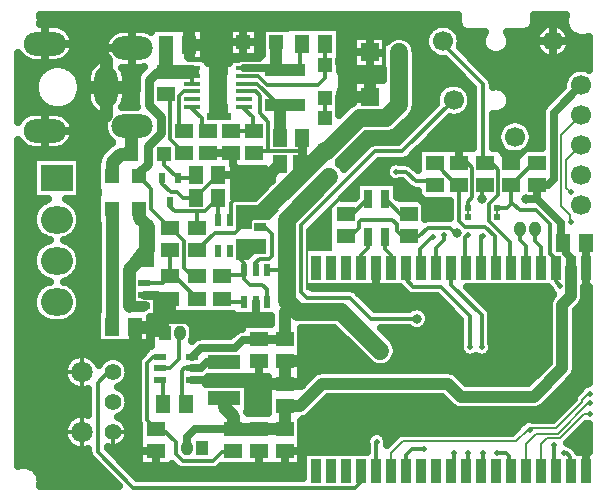
<source format=gbr>
G04 DipTrace 3.3.1.3*
G04 Top.gbr*
%MOIN*%
G04 #@! TF.FileFunction,Copper,L1,Top*
G04 #@! TF.Part,Single*
%AMOUTLINE0*
4,1,4,
0.023622,-0.023622,
-0.023622,-0.023622,
-0.023622,0.023622,
0.023622,0.023622,
0.023622,-0.023622,
0*%
G04 #@! TA.AperFunction,CopperBalancing*
%ADD13C,0.03937*%
%ADD14C,0.012992*%
%ADD15C,0.025984*%
G04 #@! TA.AperFunction,ViaPad*
%ADD18C,0.019685*%
G04 #@! TA.AperFunction,Nonconductor*
%ADD20C,0.043307*%
G04 #@! TA.AperFunction,Conductor*
%ADD21C,0.007874*%
%ADD22C,0.029528*%
%ADD23C,0.047244*%
%ADD24C,0.059055*%
G04 #@! TA.AperFunction,ViaPad*
%ADD25C,0.031496*%
G04 #@! TA.AperFunction,Conductor*
%ADD26C,0.011811*%
G04 #@! TA.AperFunction,CopperBalancing*
%ADD28C,0.025*%
%ADD31R,0.059055X0.051181*%
%ADD32R,0.051181X0.059055*%
%ADD34R,0.047244X0.047244*%
%ADD38R,0.031496X0.062992*%
G04 #@! TA.AperFunction,ComponentPad*
%ADD40O,0.137795X0.07874*%
%ADD41O,0.07874X0.137795*%
%ADD42O,0.141732X0.07874*%
%ADD43C,0.066929*%
%ADD44R,0.066929X0.066929*%
%ADD45R,0.05937X0.05937*%
%ADD46C,0.05937*%
%ADD47R,0.106299X0.090551*%
%ADD48O,0.106299X0.090551*%
%ADD51R,0.03937X0.051181*%
%ADD52O,0.03937X0.051181*%
%ADD55R,0.133858X0.043307*%
%ADD56R,0.106299X0.045276*%
%ADD57R,0.043307X0.133858*%
%ADD59R,0.041339X0.025591*%
%ADD61R,0.019685X0.033465*%
%ADD62R,0.019685X0.019685*%
%ADD65R,0.043307X0.023622*%
%ADD70R,0.055118X0.011811*%
%ADD71R,0.062992X0.110236*%
%ADD73R,0.023622X0.043307*%
G04 #@! TA.AperFunction,ComponentPad*
%ADD74C,0.055118*%
%ADD75C,0.070866*%
%ADD76R,0.035433X0.07874*%
%ADD77R,0.11811X0.19685*%
G04 #@! TA.AperFunction,ViaPad*
%ADD78C,0.04*%
%ADD169OUTLINE0*%
%FSLAX26Y26*%
G04*
G70*
G90*
G75*
G01*
G04 Top*
%LPD*%
X1314118Y618425D2*
D13*
Y693228D1*
X1365390D1*
X1440193Y768031D1*
X1849551D1*
X2268055Y1154252D2*
Y1059567D1*
X2239315Y1030827D1*
Y819213D1*
X2144827Y724724D1*
X1900732D1*
X1857425Y768031D1*
X1849551D1*
X1227504Y618425D2*
X1314118D1*
X2268055Y1154252D2*
D15*
Y1188110D1*
X2251126Y1205039D1*
Y1236535D1*
X2243252D1*
X2235378D1*
Y1303465D1*
X2156638Y1382205D1*
X2117268D1*
X2156638Y1429449D2*
Y1382205D1*
X1727504Y1260157D2*
D14*
X1703882D1*
X1688134Y1275906D1*
Y1299528D1*
X1672386Y1315276D1*
X1570024D1*
X1562150Y1307402D1*
Y1287717D1*
X1542465Y1268031D1*
X1526717D1*
X1518843Y1260157D1*
X1888921Y1271969D2*
Y1264094D1*
X1865299Y1287717D1*
X1790496D1*
X1762937Y1260157D1*
X1727504D1*
X1983409Y1429449D2*
X1971598D1*
Y1382205D1*
X2156638Y1429449D2*
D15*
X2191087D1*
X2210772Y1449134D1*
Y1670984D1*
X2302307Y1762520D1*
X987937Y552874D2*
Y590684D1*
X1015678Y618425D1*
X1141717D1*
X1113331Y720787D2*
D14*
Y736535D1*
Y720787D2*
D20*
Y690218D1*
X1141717Y661832D1*
Y618425D1*
X1227504D1*
X1810181Y1256220D2*
D14*
X1806244D1*
X1766874Y1216850D1*
Y1155433D1*
X1768055Y1154252D1*
X1845614Y1264094D2*
Y1248346D1*
X1818055Y1220787D1*
Y1154252D1*
X2318055Y1236535D2*
D15*
Y1153858D1*
X1924354Y1323150D2*
D21*
Y1354646D1*
X1896795Y1504252D2*
D14*
X1924354D1*
X1940102Y1488504D1*
Y1390079D1*
X1924354Y1374331D1*
Y1354646D1*
X845614Y1065276D2*
D22*
X888921D1*
Y1052009D1*
X932228D1*
X2070024Y1504252D2*
D14*
Y1492441D1*
X2136953Y1559370D1*
Y1740472D1*
X2259000Y1862520D1*
X2302307D1*
X1018843Y1388110D2*
X1005063D1*
X1003094Y1386142D1*
X975535D1*
X955850Y1405827D1*
X936165D1*
X906635Y1435357D1*
Y1455039D1*
X814118Y957008D2*
D15*
Y964882D1*
X888510D1*
X915102Y938290D1*
Y935945D1*
X1176323Y1905827D2*
D14*
X1118825D1*
X1101520Y1810639D1*
X1093646Y1755236D1*
X1018843Y1388110D2*
Y1390079D1*
X1093646Y1464882D1*
X1058213Y1535748D2*
D15*
X1136953D1*
X1131047Y1315276D2*
D14*
X1133016D1*
Y1325118D1*
X1136953Y1329055D1*
Y1370394D1*
X1172386Y1405827D1*
Y1421575D1*
X1199945Y1468819D2*
D15*
X1172386D1*
X1142858Y1498346D1*
Y1529843D1*
X1136953Y1535748D1*
X2321992Y594803D2*
D14*
X2320024D1*
Y478150D1*
X2318094Y476220D1*
X1314118Y842835D2*
D13*
Y768031D1*
X1227504Y917638D2*
D15*
Y912504D1*
X1174437D1*
X1149610Y887677D1*
X1037083D1*
X1006213Y856807D1*
X1314118Y917638D2*
X1318055D1*
X1463724Y1457008D2*
D24*
X1321992Y1315276D1*
Y1254252D1*
Y1145984D1*
Y1043622D1*
X1357425Y1008189D1*
X1503094D1*
X1633016Y878268D1*
X1255063Y1145984D2*
D14*
X1321992D1*
X1314118Y917638D2*
D13*
Y1008189D1*
D25*
X1357425D1*
X1227504Y917638D2*
X1314118D1*
X1755063Y984567D2*
D14*
X1601520D1*
X1530654Y1055433D1*
X1388921D1*
X1369236Y1075118D1*
Y1295591D1*
X1616060Y1542415D1*
X1706612D1*
X1877110Y1712913D1*
X1924354Y1264094D2*
X1916480Y1256220D1*
Y1189291D1*
X1918055Y1187717D1*
Y1154252D1*
X1971598Y890079D2*
Y996378D1*
X1869236Y1098740D1*
Y1118425D1*
X1868055Y1119606D1*
Y1154252D1*
X1975535Y1260157D2*
X1968055D1*
Y1154252D1*
X899913Y782004D2*
X905450D1*
X909449Y778005D1*
Y700988D1*
X1006213Y819406D2*
D15*
X1034783D1*
X1054276Y838898D1*
X1113331D1*
X1006213Y819406D2*
D14*
X979665D1*
X971598Y811339D1*
Y720787D1*
X984252Y708134D1*
Y700988D1*
X899913Y856807D2*
X875335D1*
X855958Y837430D1*
Y647451D1*
X884984Y618425D1*
X1141717Y543622D2*
Y540299D1*
X1104320D1*
X1074858Y510837D1*
X973844D1*
X951115Y533566D1*
Y573129D1*
X905819Y618425D1*
X884984D1*
X1007031Y1691260D2*
D26*
Y1685354D1*
D14*
X1038528Y1653858D1*
Y1630236D1*
X1058213Y1610551D1*
X739315Y1460945D2*
D20*
Y1508189D1*
X764909Y1533783D1*
X802308D1*
Y1622364D1*
X806244Y1626299D1*
X1007031Y1742441D2*
D26*
X977504D1*
D14*
X963724Y1728661D1*
Y1610551D1*
X979472D1*
X1180260Y1819213D2*
D15*
X1290496D1*
X1294433Y1815276D1*
X1314118D1*
D13*
X1286559D1*
Y1905827D1*
X1314118Y1815276D2*
D14*
Y1819213D1*
X1357425D1*
X1365299Y1827087D1*
Y1901890D1*
X1373173D1*
X1180260Y1793622D2*
D26*
X1225535D1*
D14*
X1255063Y1764094D1*
X1424354D1*
X1447976Y1787717D1*
Y1831024D1*
Y1901890D1*
X1314118Y1697165D2*
D13*
X1298370D1*
Y1586929D1*
X1314118Y1697165D2*
D14*
X1294433D1*
X1223567Y1768031D1*
D26*
X1180260D1*
X1203882Y1543622D2*
D14*
X1211756Y1535748D1*
X1213724D1*
X1373173Y1586929D2*
D25*
Y1543622D1*
Y1500315D1*
Y1543622D2*
D14*
X1259000D1*
X1221598D1*
X1213724Y1535748D1*
X1180260Y1742441D2*
D26*
X1217661D1*
D14*
X1231441Y1728661D1*
Y1669606D1*
X1259000Y1642047D1*
Y1543622D1*
X1696005Y1724724D2*
D24*
Y1697163D1*
X1652701Y1653858D1*
X1564118D1*
X1453882Y1543622D1*
X1447976D1*
X1250144Y1345790D1*
D14*
X1175864D1*
X1168449Y1338375D1*
Y1315276D1*
X1373173Y1500315D2*
X1404669D1*
X1447976Y1543622D1*
X1168449Y1315276D2*
Y1291654D1*
X1148764Y1271969D1*
X1081835D1*
X1022780Y1212913D1*
X1696003Y1872362D2*
D24*
Y1724724D1*
X1696005D1*
X1685181Y1474312D2*
D14*
X1719644D1*
X1750508Y1443449D1*
X1814118D1*
Y1429449D1*
X1136953Y1610551D2*
X1213724D1*
X1207819D1*
Y1657795D1*
D26*
X1180260Y1685354D1*
Y1691260D1*
X1447976Y1720787D2*
D14*
Y1653858D1*
X1007031Y1793622D2*
D26*
Y1819213D1*
Y1768031D2*
Y1793622D1*
X920417Y1807402D2*
D25*
X888921D1*
X861362Y1779843D1*
Y1697165D1*
X900732Y1657795D1*
Y1602677D1*
X857425Y1559370D1*
Y1500315D1*
X829866Y1472756D1*
Y1460945D1*
X932228Y1287717D2*
D14*
Y1291654D1*
X979472Y1244409D1*
Y1153858D1*
X1006518Y1126812D1*
X1022780D1*
X829866Y1460945D2*
X833803D1*
Y1453071D1*
X869236Y1417638D1*
Y1350709D1*
X932228Y1287717D1*
X920417Y1897953D2*
D23*
Y1807402D1*
X1007031Y1819213D2*
D14*
Y1807402D1*
D23*
X967661D1*
X920417D1*
X1231441Y1291654D2*
D14*
X1247189D1*
X1270811Y1268031D1*
Y1193228D1*
X1262937Y1185354D1*
X1231441D1*
X1215693Y1169606D1*
Y1145984D1*
X1217661D1*
X1105457Y1126812D2*
X1108881Y1130236D1*
X1180260D1*
Y1145984D1*
X1168449Y1208976D2*
Y1212913D1*
X1227504D1*
X1231441Y1216850D1*
X1255063Y1039685D2*
Y1082992D1*
X1239315Y1098740D1*
X1199945D1*
X1180260Y1118425D1*
Y1145984D1*
X1168449Y1208976D2*
Y1181417D1*
X1180260Y1169606D1*
Y1145984D1*
X1093646Y1388110D2*
Y1315276D1*
X932228Y1372362D2*
Y1358583D1*
X947976Y1342835D1*
X1022780D1*
X1048370D1*
X1093646Y1388110D1*
X1022780Y1287717D2*
Y1342835D1*
X1105457Y1052009D2*
Y1039685D1*
X1180260D1*
X2156638Y1504252D2*
X2144827D1*
X2070024Y1429449D1*
X2022780Y1323150D2*
D21*
Y1354646D1*
X2070024Y1429449D2*
D14*
Y1374331D1*
X2075827Y1368528D1*
X2097583Y1346772D1*
X2152701D1*
X2199945Y1299528D1*
Y1201102D1*
X2211756Y1189291D1*
Y1154252D1*
X2218055D1*
X2022780Y1354646D2*
X2054276D1*
X2068157Y1368528D1*
X2075827D1*
X2232425Y1094803D2*
X2218055Y1109173D1*
Y1154252D1*
X2212740Y563307D2*
Y481575D1*
X2218094Y476220D1*
X2168094D2*
D21*
Y566890D1*
X2188134Y586929D1*
X2230457D1*
X2312150Y668622D1*
X2331835D1*
X2267858Y1306417D2*
X2266874D1*
Y1330039D1*
X2236362Y1360551D1*
Y1596575D1*
X2302307Y1662520D1*
X2132031Y615472D2*
X2124157D1*
X2084787Y576102D1*
X1707819D1*
X1668436Y536719D1*
Y476218D1*
X2132031Y615472D2*
Y619409D1*
X2219630D1*
X2306244Y706024D1*
Y713898D1*
X2326913Y734567D1*
X2331835D1*
X1648764Y1382205D2*
D14*
X1652701D1*
X1699945Y1334961D1*
X1727504D1*
X1593646Y1382205D2*
X1589709D1*
X1542465Y1334961D1*
X1518843D1*
X1932228Y890079D2*
Y992441D1*
X1833803Y1090866D1*
X1743252D1*
X1718055Y1116063D1*
Y1154252D1*
X1648764Y1256220D2*
Y1216850D1*
X1668055Y1197559D1*
Y1154252D1*
X1593646Y1256220D2*
Y1220787D1*
X1568395Y1195537D1*
Y1154248D1*
X1841677Y1909764D2*
Y1901890D1*
X1975535Y1768031D1*
Y1504252D1*
X1983409D1*
X1975535D2*
Y1496378D1*
X2010969D1*
X2026717Y1480630D1*
Y1397117D1*
X1995220Y1365621D1*
Y1311339D1*
X2066087Y1240472D1*
Y1152283D1*
X2068055Y1154252D1*
X920417Y1732598D2*
X932228D1*
Y1582992D1*
X979472Y1535748D1*
X1814118Y1504252D2*
X1837740D1*
Y1480630D1*
X1873173Y1445197D1*
Y1429449D1*
X1896795D1*
Y1311339D1*
X1916480Y1291654D1*
X1983409D1*
X2014906Y1260157D1*
Y1154252D1*
X2018055D1*
X1778685Y551496D2*
X1739315D1*
X1718436Y530617D1*
Y476218D1*
X1877110Y535748D2*
Y484892D1*
X1868436Y476218D1*
X1924354Y535748D2*
Y482480D1*
X1918094Y476220D1*
X1975535Y535748D2*
Y483661D1*
X1968094Y476220D1*
X2022780Y535748D2*
X2052307D1*
X2062150Y525906D1*
Y476220D1*
X2068094D1*
X1618436Y476218D2*
X1620220D1*
Y574134D1*
X1621205Y575118D1*
X1568436Y476218D2*
Y439672D1*
X1550339Y421575D1*
X810181D1*
X692071Y539685D1*
Y771969D1*
X726717Y806614D1*
X741283D1*
X899913Y819406D2*
X932421D1*
X962740Y849724D1*
Y936339D1*
X963134Y935945D1*
X965102D1*
X2168055Y1154252D2*
Y1225118D1*
X2148764Y1244409D1*
Y1283780D1*
X2118055Y1154252D2*
Y1227874D1*
X2098764Y1247165D1*
Y1283780D1*
X739315Y1102677D2*
D20*
Y1027874D1*
X739336Y1224724D2*
Y1189312D1*
X739315Y1189291D1*
Y1102677D1*
Y1350709D2*
Y1224724D1*
X739336D1*
X739315Y957008D2*
Y1027874D1*
X829866Y1350709D2*
Y1322060D1*
X857446Y1294480D1*
Y1224724D1*
X845614Y1027874D2*
D14*
X794433D1*
D20*
Y1149921D1*
X857446Y1212934D1*
Y1224724D1*
X932228Y1126812D2*
D14*
X947976D1*
X1022780Y1052009D1*
X845614Y1102677D2*
X908093D1*
X932228Y1126812D1*
Y1212913D2*
Y1126812D1*
X912545Y1533783D2*
Y1498345D1*
X953882Y1457008D1*
X959790D1*
X957822Y1455039D1*
X1018843Y1464882D2*
Y1453071D1*
X959790D1*
X957822Y1455039D1*
X2245220Y535748D2*
X2255063D1*
X2265890Y524921D1*
Y478425D1*
X2268094Y476220D1*
X2331835Y703071D2*
D21*
X2325929D1*
X2224551Y601693D1*
X2153685D1*
X2118252Y566260D1*
Y513110D1*
X2117268Y512126D1*
Y476220D1*
X2118094D1*
X2268843Y1405827D2*
X2253094Y1421575D1*
Y1513307D1*
X2302307Y1562520D1*
D13*
X1463724Y1457008D3*
D78*
X1849551Y768031D3*
X2321992Y594803D3*
D18*
X1975535Y1260157D3*
X1971598Y890079D3*
X1924354Y1264094D3*
X1932228Y890079D3*
X1845614Y1264094D3*
X1810181Y1256220D3*
X2331835Y734567D3*
Y703071D3*
Y668622D3*
X2267858Y1306417D3*
X2268843Y1405827D3*
D13*
X1633016Y878268D3*
D25*
X1755063Y984567D3*
D78*
X1814118Y1043622D3*
D25*
X2117268Y1382205D3*
D18*
X1685181Y1474312D3*
D25*
X1971598Y1382205D3*
D78*
X2290496Y565276D3*
D25*
X1888921Y1271969D3*
D78*
X1207819Y697165D3*
X2188134Y1075118D3*
X1680260D3*
D25*
X1230188Y976083D3*
D78*
X1566087Y1075118D3*
X1947976D3*
X2188134Y866457D3*
X877110Y468819D3*
D25*
X1199945Y1468819D3*
D78*
X660575Y1111535D3*
D25*
X1231441Y1421575D3*
D78*
X1207819Y468819D3*
Y778530D3*
X660575Y1396969D3*
Y1539685D3*
Y968819D3*
D18*
X2132031Y615472D3*
X1081835Y1722756D3*
D78*
X660575Y1254252D3*
X1270811Y1966850D3*
D18*
X1109394Y1722756D3*
D25*
X1172386Y1421575D3*
X1176501Y976083D3*
D18*
X1778685Y551496D3*
X1877110Y535748D3*
X1924354D3*
X1975535D3*
D78*
X1438949Y689291D3*
D18*
X2022780Y535748D3*
D78*
X1434197Y590866D3*
D18*
X1066087Y1870394D3*
D78*
X1727504Y1966850D3*
D18*
X1109394Y1870394D3*
D78*
X2070024Y1075118D3*
Y866457D3*
D18*
X1621205Y575118D3*
X1081835Y1677480D3*
X1109394D3*
X1095614Y1699134D3*
X1066087Y1911732D3*
X1109394D3*
X1087740Y1892047D3*
X2245220Y535748D3*
X2212740Y563307D3*
X2232425Y1094803D3*
X502497Y1970820D2*
D28*
X1889803D1*
X2147858D2*
X2247245D1*
X596262Y1945951D2*
X749583D1*
X1048618D2*
X1124896D1*
X1501369D2*
X1792880D1*
X1890497D2*
X1904731D1*
X2132966D2*
X2159006D1*
X610687Y1921083D2*
X719799D1*
X1048618D2*
X1124896D1*
X1501369D2*
X1540076D1*
X1655097D2*
X1668003D1*
X1724030D2*
X1781505D1*
X1901836D2*
X1970758D1*
X2066939D2*
X2147631D1*
X2267999D2*
X2292137D1*
X613343Y1896214D2*
X710326D1*
X1048618D2*
X1124896D1*
X1501369D2*
X1540076D1*
X1748073D2*
X1781971D1*
X1901370D2*
X1971368D1*
X2066294D2*
X2148133D1*
X2267496D2*
X2327841D1*
X605915Y1871345D2*
X711259D1*
X1048618D2*
X1124896D1*
X1501369D2*
X1540076D1*
X1753491D2*
X1794710D1*
X1919707D2*
X1989346D1*
X2048351D2*
X2160836D1*
X2254793D2*
X2327841D1*
X428719Y1846476D2*
X447546D1*
X582267D2*
X694860D1*
X1062398D2*
X1124896D1*
X1499395D2*
X1540076D1*
X1753348D2*
X1849613D1*
X1944574D2*
X2327841D1*
X428719Y1821608D2*
X513932D1*
X602470D2*
X663282D1*
X1499395D2*
X1540076D1*
X1753348D2*
X1874480D1*
X1969442D2*
X2327841D1*
X428719Y1796739D2*
X489530D1*
X626871D2*
X653378D1*
X785874D2*
X821423D1*
X1506931D2*
X1638650D1*
X1753348D2*
X1899348D1*
X1994310D2*
X2252018D1*
X428719Y1771870D2*
X479698D1*
X636703D2*
X652445D1*
X786807D2*
X817799D1*
X1506931D2*
X1540076D1*
X1753348D2*
X1924216D1*
X2009597D2*
X2241791D1*
X428719Y1747001D2*
X478657D1*
X637744D2*
X652445D1*
X786807D2*
X817799D1*
X1506357D2*
X1540076D1*
X1753348D2*
X1826719D1*
X1927494D2*
X1941225D1*
X2053662D2*
X2230129D1*
X428719Y1722133D2*
X486014D1*
X630424D2*
X652624D1*
X786663D2*
X817799D1*
X1499395D2*
X1540076D1*
X1753455D2*
X1816563D1*
X2067406D2*
X2205261D1*
X428719Y1697264D2*
X505283D1*
X611154D2*
X659514D1*
X779738D2*
X817799D1*
X1499395D2*
X1528090D1*
X1753348D2*
X1813980D1*
X2065612D2*
X2180393D1*
X428719Y1672395D2*
X461971D1*
X567842D2*
X681977D1*
X1747427D2*
X1789112D1*
X1922183D2*
X1941225D1*
X2045086D2*
X2169987D1*
X601968Y1647526D2*
X713125D1*
X1726434D2*
X1764244D1*
X1859206D2*
X1941225D1*
X2009848D2*
X2063698D1*
X2099953D2*
X2169951D1*
X612446Y1622657D2*
X709644D1*
X1701567D2*
X1739377D1*
X1834338D2*
X1941225D1*
X2009848D2*
X2029895D1*
X2133756D2*
X2169951D1*
X612302Y1597789D2*
X716175D1*
X1588101D2*
X1714509D1*
X1809470D2*
X1941225D1*
X2142691D2*
X2169951D1*
X601501Y1572920D2*
X736449D1*
X1563233D2*
X1604560D1*
X1784603D2*
X1941225D1*
X2009848D2*
X2023364D1*
X2140287D2*
X2169951D1*
X428719Y1548051D2*
X464268D1*
X565545D2*
X710254D1*
X1538365D2*
X1574202D1*
X428719Y1523182D2*
X473311D1*
X635232D2*
X692312D1*
X1513498D2*
X1549334D1*
X1734867D2*
X1756780D1*
X428719Y1498314D2*
X473311D1*
X635232D2*
X687898D1*
X1502302D2*
X1524466D1*
X1619428D2*
X1656986D1*
X1743013D2*
X1756780D1*
X428719Y1473445D2*
X473311D1*
X635232D2*
X687898D1*
X1147048D2*
X1244964D1*
X1594560D2*
X1647549D1*
X428719Y1448576D2*
X473311D1*
X635232D2*
X687898D1*
X1147048D2*
X1244964D1*
X1569692D2*
X1658745D1*
X428719Y1423707D2*
X473311D1*
X635232D2*
X687898D1*
X1147048D2*
X1248014D1*
X1692309D2*
X1722762D1*
X428719Y1398839D2*
X473311D1*
X635232D2*
X687898D1*
X1147048D2*
X1223147D1*
X1519957D2*
X1550087D1*
X1692309D2*
X1756780D1*
X428719Y1373970D2*
X504673D1*
X603869D2*
X687898D1*
X1784854D2*
X1862495D1*
X428719Y1349101D2*
X481959D1*
X626620D2*
X687898D1*
X1784854D2*
X1862495D1*
X428719Y1324232D2*
X473885D1*
X634658D2*
X687898D1*
X1784854D2*
X1862495D1*
X428719Y1299364D2*
X475141D1*
X633402D2*
X689836D1*
X428719Y1274495D2*
X486301D1*
X622278D2*
X689836D1*
X428719Y1249626D2*
X517951D1*
X590592D2*
X689836D1*
X428719Y1224757D2*
X491504D1*
X617075D2*
X689836D1*
X428719Y1199888D2*
X476971D1*
X631572D2*
X689836D1*
X428719Y1175020D2*
X473347D1*
X635196D2*
X689836D1*
X428719Y1150151D2*
X478837D1*
X629742D2*
X689836D1*
X428719Y1125282D2*
X496384D1*
X612159D2*
X689836D1*
X428719Y1100413D2*
X507939D1*
X600640D2*
X689836D1*
X428719Y1075545D2*
X483107D1*
X625436D2*
X689836D1*
X1558030D2*
X1711100D1*
X1939909D2*
X2200524D1*
X428719Y1050676D2*
X474172D1*
X634371D2*
X689836D1*
X1582898D2*
X1826503D1*
X1964777D2*
X2196433D1*
X2314648D2*
X2327841D1*
X428719Y1025807D2*
X474710D1*
X633869D2*
X689836D1*
X1607765D2*
X1851371D1*
X1989645D2*
X2191804D1*
X2300438D2*
X2327841D1*
X428719Y1000938D2*
X484901D1*
X623642D2*
X685924D1*
X895070D2*
X1140649D1*
X1795224D2*
X1876239D1*
X2005578D2*
X2191804D1*
X2286802D2*
X2327841D1*
X428719Y976070D2*
X513322D1*
X595221D2*
X685924D1*
X996837D2*
X1266638D1*
X1797736D2*
X1897913D1*
X2005900D2*
X2191804D1*
X2286802D2*
X2327841D1*
X428719Y951201D2*
X685924D1*
X1011621D2*
X1170182D1*
X1371468D2*
X1480042D1*
X1640133D2*
X1728647D1*
X1781481D2*
X1897913D1*
X2005900D2*
X2191804D1*
X2286802D2*
X2327841D1*
X428719Y926332D2*
X685924D1*
X1012447D2*
X1131606D1*
X1371468D2*
X1504909D1*
X1665001D2*
X1897913D1*
X2005900D2*
X2191804D1*
X2286802D2*
X2327841D1*
X428719Y901463D2*
X867606D1*
X1371468D2*
X1529777D1*
X1685204D2*
X1896478D1*
X2007372D2*
X2191804D1*
X2286802D2*
X2327841D1*
X428719Y876594D2*
X847655D1*
X1371468D2*
X1554645D1*
X1690335D2*
X1897267D1*
X2006546D2*
X2191804D1*
X2286802D2*
X2327841D1*
X428719Y851726D2*
X594958D1*
X681308D2*
X711223D1*
X771341D2*
X825047D1*
X1371468D2*
X1579512D1*
X1683517D2*
X2191804D1*
X2286802D2*
X2327841D1*
X428719Y826857D2*
X578380D1*
X792620D2*
X821638D1*
X1371468D2*
X1611449D1*
X1654594D2*
X2180824D1*
X2286802D2*
X2327841D1*
X428719Y801988D2*
X575078D1*
X796460D2*
X821638D1*
X1371468D2*
X1408165D1*
X1889456D2*
X2155956D1*
X2283393D2*
X2327841D1*
X428719Y777119D2*
X582542D1*
X787668D2*
X821638D1*
X1055687D2*
X1256770D1*
X1914468D2*
X2131088D1*
X2263370D2*
X2327841D1*
X428719Y752251D2*
X608522D1*
X770480D2*
X821638D1*
X1194308D2*
X1256770D1*
X2238502D2*
X2298955D1*
X428719Y727382D2*
X657755D1*
X792405D2*
X821638D1*
X1194308D2*
X1256770D1*
X2213634D2*
X2277783D1*
X428719Y702513D2*
X657755D1*
X796496D2*
X821638D1*
X1194308D2*
X1256770D1*
X1440796D2*
X1856825D1*
X2188766D2*
X2258872D1*
X428719Y677644D2*
X657755D1*
X788027D2*
X821638D1*
X1194308D2*
X1256770D1*
X1415929D2*
X2234004D1*
X428719Y652776D2*
X596142D1*
X769547D2*
X821638D1*
X1387580D2*
X2209136D1*
X428719Y627907D2*
X578738D1*
X792190D2*
X827631D1*
X1371468D2*
X2092728D1*
X2315294D2*
X2327841D1*
X428719Y603038D2*
X575006D1*
X796532D2*
X827631D1*
X1371468D2*
X1597347D1*
X1645049D2*
X1693911D1*
X2290426D2*
X2327841D1*
X428719Y578169D2*
X581968D1*
X788350D2*
X827631D1*
X1371468D2*
X1583675D1*
X2265558D2*
X2327841D1*
X428719Y553301D2*
X606513D1*
X726378D2*
X827631D1*
X1371468D2*
X1585900D1*
X2285008D2*
X2327841D1*
X428719Y528432D2*
X659837D1*
X750815D2*
X827631D1*
X428719Y503563D2*
X680721D1*
X775683D2*
X827631D1*
X489255Y478694D2*
X705589D1*
X800551D2*
X1372891D1*
X501922Y453825D2*
X730457D1*
X825418D2*
X1372891D1*
X501994Y428957D2*
X755324D1*
X1268466Y968539D2*
X1269148D1*
X1269122Y992743D1*
X1143138Y992720D1*
Y1001081D1*
X892584Y1001107D1*
X892579Y990752D1*
X867352D1*
X865017Y989592D1*
X865020Y902169D1*
X688414D1*
Y1011846D1*
X692325D1*
X692350Y1301768D1*
X690382Y1301775D1*
Y1399642D1*
X690705D1*
X690726Y1412014D1*
X690382Y1412012D1*
Y1509878D1*
X692356D1*
X692928Y1515536D1*
X694649Y1522702D1*
X697469Y1529510D1*
X701320Y1535794D1*
X706106Y1541398D1*
X734408Y1569496D1*
X737316Y1571787D1*
X738698Y1573971D1*
X730980Y1580563D1*
X724388Y1588281D1*
X719085Y1596935D1*
X715201Y1606312D1*
X712832Y1616181D1*
X712035Y1626299D1*
X712832Y1636418D1*
X715201Y1646287D1*
X719085Y1655664D1*
X722900Y1662091D1*
X714674Y1662202D1*
X707394Y1663180D1*
X700272Y1664976D1*
X693400Y1667569D1*
X686866Y1670924D1*
X680754Y1674998D1*
X675144Y1679739D1*
X670107Y1685086D1*
X665709Y1690969D1*
X662007Y1697312D1*
X659047Y1704035D1*
X656869Y1711049D1*
X655500Y1718266D1*
X654955Y1726689D1*
X655099Y1790154D1*
X656015Y1797442D1*
X657751Y1804579D1*
X660285Y1811474D1*
X663584Y1818036D1*
X667606Y1824182D1*
X672299Y1829832D1*
X677602Y1834914D1*
X683448Y1839362D1*
X689759Y1843119D1*
X696457Y1846135D1*
X703452Y1848373D1*
X710657Y1849804D1*
X717977Y1850408D1*
X722796Y1850417D1*
X719093Y1856761D1*
X716134Y1863484D1*
X713956Y1870498D1*
X712587Y1877715D1*
X712045Y1885040D1*
X712337Y1892379D1*
X713459Y1899638D1*
X715397Y1906723D1*
X718126Y1913542D1*
X721610Y1920008D1*
X725805Y1926038D1*
X730657Y1931553D1*
X736102Y1936482D1*
X742072Y1940762D1*
X748488Y1944338D1*
X755268Y1947163D1*
X762324Y1949201D1*
X769566Y1950426D1*
X778554Y1950823D1*
X839628Y1950708D1*
X846924Y1949854D1*
X854075Y1948179D1*
X860991Y1945704D1*
X867581Y1942461D1*
X869515Y1941318D1*
X869516Y1952791D1*
X1046122D1*
Y1850428D1*
X1059902Y1850429D1*
Y1835681D1*
X1127389Y1835665D1*
X1127390Y1850429D1*
X1158071D1*
X1162871Y1853341D1*
X1168424Y1855641D1*
X1173519Y1856895D1*
X1127390Y1856893D1*
Y1954760D1*
X1225256D1*
Y1862243D1*
X1237631Y1862240D1*
X1237626Y1954760D1*
X1322277D1*
X1322272Y1956728D1*
X1498878D1*
Y1847051D1*
X1496904D1*
X1497127Y1813245D1*
X1499671Y1810266D1*
X1501719Y1806925D1*
X1503218Y1803306D1*
X1504132Y1799496D1*
X1504440Y1795591D1*
X1504363Y1750325D1*
X1503750Y1746455D1*
X1502539Y1742729D1*
X1500761Y1739238D1*
X1498458Y1736068D1*
X1497121Y1734624D1*
X1496910Y1723788D1*
Y1664216D1*
X1528503Y1695558D1*
X1535465Y1700616D1*
X1542589Y1704636D1*
Y1779720D1*
X1641164Y1779843D1*
Y1817341D1*
X1542587Y1817366D1*
Y1927358D1*
X1652579D1*
Y1906107D1*
X1657115Y1911250D1*
X1663677Y1916855D1*
X1671035Y1921364D1*
X1679008Y1924667D1*
X1687399Y1926681D1*
X1696003Y1927358D1*
X1704606Y1926681D1*
X1712997Y1924667D1*
X1720970Y1921364D1*
X1728328Y1916855D1*
X1734891Y1911250D1*
X1740495Y1904688D1*
X1745004Y1897330D1*
X1748307Y1889357D1*
X1750322Y1880965D1*
X1750999Y1872362D1*
X1750841Y1844803D1*
X1751001Y1724724D1*
X1750844Y1697163D1*
X1750169Y1688584D1*
X1748160Y1680217D1*
X1744867Y1672266D1*
X1740371Y1664929D1*
X1734782Y1658386D1*
X1688316Y1612159D1*
X1681354Y1607101D1*
X1673687Y1603194D1*
X1665503Y1600535D1*
X1657003Y1599189D1*
X1634328Y1599020D1*
X1586853D1*
X1496919Y1509106D1*
X1496910Y1500668D1*
X1502501Y1495785D1*
X1508090Y1489241D1*
X1511855Y1483210D1*
X1595403Y1566601D1*
X1599441Y1569535D1*
X1603888Y1571801D1*
X1608635Y1573343D1*
X1613565Y1574124D1*
X1680365Y1574222D1*
X1693463D1*
X1819693Y1700479D1*
X1818516Y1708302D1*
Y1717525D1*
X1819959Y1726634D1*
X1822809Y1735406D1*
X1826996Y1743624D1*
X1832417Y1751085D1*
X1838939Y1757607D1*
X1846400Y1763028D1*
X1854618Y1767215D1*
X1863389Y1770065D1*
X1872499Y1771508D1*
X1881722D1*
X1890831Y1770065D1*
X1899603Y1767215D1*
X1907820Y1763028D1*
X1915282Y1757607D1*
X1921804Y1751085D1*
X1927225Y1743624D1*
X1931412Y1735406D1*
X1934262Y1726634D1*
X1935705Y1717525D1*
Y1708302D1*
X1934262Y1699192D1*
X1931412Y1690421D1*
X1927225Y1682203D1*
X1921804Y1674742D1*
X1915282Y1668220D1*
X1907820Y1662799D1*
X1899603Y1658612D1*
X1890831Y1655762D1*
X1881722Y1654319D1*
X1872499D1*
X1864680Y1655505D1*
X1764333Y1555154D1*
X1943750Y1555153D1*
X1943728Y1754831D1*
X1847311Y1851274D1*
X1841677Y1850988D1*
X1832483Y1851712D1*
X1823515Y1853865D1*
X1814994Y1857394D1*
X1807130Y1862213D1*
X1800117Y1868203D1*
X1794127Y1875216D1*
X1789308Y1883080D1*
X1785778Y1891601D1*
X1783625Y1900569D1*
X1782902Y1909764D1*
X1783625Y1918958D1*
X1785778Y1927926D1*
X1789308Y1936447D1*
X1794127Y1944311D1*
X1800117Y1951324D1*
X1807130Y1957314D1*
X1814994Y1962133D1*
X1823515Y1965663D1*
X1832483Y1967816D1*
X1841677Y1968539D1*
X1850872Y1967816D1*
X1859840Y1965663D1*
X1868361Y1962133D1*
X1876225Y1957314D1*
X1883238Y1951324D1*
X1889228Y1944311D1*
X1894047Y1936447D1*
X1897576Y1927926D1*
X1899729Y1918958D1*
X1900453Y1909764D1*
X1899729Y1900569D1*
X1897576Y1891601D1*
X1897408Y1891144D1*
X1999722Y1788689D1*
X2002655Y1784651D1*
X2004921Y1780204D1*
X2006464Y1775457D1*
X2007245Y1770527D1*
X2007343Y1758450D1*
X2015158Y1759733D1*
X2022527D1*
X2029806Y1758580D1*
X2036815Y1756303D1*
X2043381Y1752957D1*
X2049344Y1748626D1*
X2054555Y1743414D1*
X2058886Y1737452D1*
X2062232Y1730886D1*
X2064509Y1723877D1*
X2065662Y1716598D1*
Y1709229D1*
X2064509Y1701950D1*
X2062232Y1694941D1*
X2058886Y1688374D1*
X2054555Y1682412D1*
X2049344Y1677201D1*
X2043381Y1672870D1*
X2036815Y1669524D1*
X2029806Y1667246D1*
X2022527Y1666094D1*
X2015158D1*
X2007338Y1667399D1*
X2007343Y1555131D1*
X2035182Y1555153D1*
X2031720Y1560156D1*
X2027533Y1568374D1*
X2024683Y1577145D1*
X2023240Y1586255D1*
Y1595478D1*
X2024683Y1604587D1*
X2027533Y1613359D1*
X2031720Y1621576D1*
X2037141Y1629038D1*
X2043663Y1635559D1*
X2051124Y1640981D1*
X2059342Y1645168D1*
X2068114Y1648018D1*
X2077223Y1649461D1*
X2086446D1*
X2095556Y1648018D1*
X2104327Y1645168D1*
X2112545Y1640981D1*
X2120006Y1635559D1*
X2126528Y1629038D1*
X2131949Y1621576D1*
X2136136Y1613359D1*
X2138986Y1604587D1*
X2140429Y1595478D1*
Y1586255D1*
X2138986Y1577145D1*
X2136136Y1568374D1*
X2131949Y1560156D1*
X2128459Y1555144D1*
X2172455Y1555153D1*
X2172586Y1673989D1*
X2173527Y1679926D1*
X2175384Y1685642D1*
X2178113Y1690998D1*
X2181646Y1695860D1*
X2216166Y1730547D1*
X2243697Y1758078D1*
X2243713Y1767131D1*
X2245155Y1776241D1*
X2248006Y1785012D1*
X2252193Y1793230D1*
X2257614Y1800691D1*
X2264135Y1807213D1*
X2271597Y1812634D1*
X2279815Y1816821D1*
X2288586Y1819671D1*
X2297696Y1821114D1*
X2306919D1*
X2316028Y1819671D1*
X2324800Y1816821D1*
X2330328Y1814140D1*
X2330335Y1925250D1*
X2323798Y1922666D1*
X2315131Y1920585D1*
X2306244Y1919886D1*
X2297358Y1920585D1*
X2288690Y1922666D1*
X2280454Y1926077D1*
X2272854Y1930735D1*
X2266075Y1936524D1*
X2260286Y1943303D1*
X2255629Y1950903D1*
X2252217Y1959139D1*
X2250136Y1967806D1*
X2249437Y1976693D1*
X2250136Y1985579D1*
X2252217Y1994247D1*
X2252754Y1995702D1*
X2145508Y1995689D1*
X2145429Y1971286D1*
X2143245Y1960898D1*
X2141911Y1958280D1*
X2136428Y1950350D1*
X2134194Y1948442D1*
X2126097Y1943218D1*
X2123303Y1942310D1*
X2113331Y1940571D1*
X2054301D1*
X2058886Y1934303D1*
X2062232Y1927736D1*
X2064509Y1920727D1*
X2065662Y1913449D1*
Y1906079D1*
X2064509Y1898800D1*
X2062232Y1891791D1*
X2058886Y1885225D1*
X2054555Y1879263D1*
X2049344Y1874052D1*
X2043381Y1869720D1*
X2036815Y1866374D1*
X2029806Y1864097D1*
X2022527Y1862944D1*
X2015158D1*
X2007879Y1864097D1*
X2000870Y1866374D1*
X1994304Y1869720D1*
X1988341Y1874052D1*
X1983130Y1879263D1*
X1978799Y1885225D1*
X1975453Y1891791D1*
X1973176Y1898800D1*
X1972023Y1906079D1*
Y1913449D1*
X1973176Y1920727D1*
X1975453Y1927736D1*
X1978799Y1934303D1*
X1983414Y1940572D1*
X1922885Y1940657D1*
X1912497Y1942841D1*
X1909878Y1944175D1*
X1901948Y1949658D1*
X1900040Y1951893D1*
X1894816Y1959989D1*
X1893908Y1962784D1*
X1892169Y1972756D1*
Y1995686D1*
X498835Y1995689D1*
X500147Y1989517D1*
X500846Y1980630D1*
X500147Y1971743D1*
X499055Y1966580D1*
X550258Y1966456D1*
X557554Y1965602D1*
X564705Y1963927D1*
X571621Y1961452D1*
X578211Y1958209D1*
X584391Y1954239D1*
X590081Y1949594D1*
X595208Y1944335D1*
X599706Y1938527D1*
X603516Y1932248D1*
X606589Y1925577D1*
X608887Y1918600D1*
X610379Y1911408D1*
X611045Y1904093D1*
X610848Y1896385D1*
X609808Y1889113D1*
X607951Y1882007D1*
X605300Y1875157D1*
X601889Y1868652D1*
X597763Y1862575D1*
X592975Y1857005D1*
X587585Y1852015D1*
X581665Y1847667D1*
X575290Y1844018D1*
X568543Y1841116D1*
X561510Y1838998D1*
X554282Y1837691D1*
X546402Y1837209D1*
X478453Y1837399D1*
X471174Y1838377D1*
X464052Y1840173D1*
X457179Y1842766D1*
X450645Y1846121D1*
X444534Y1850195D1*
X438923Y1854936D1*
X433887Y1860283D1*
X429489Y1866165D1*
X426198Y1871728D1*
X426201Y1640699D1*
X430315Y1647492D1*
X434846Y1653274D1*
X440002Y1658504D1*
X445719Y1663116D1*
X451922Y1667050D1*
X458530Y1670256D1*
X465460Y1672692D1*
X472621Y1674326D1*
X479921Y1675138D1*
X518318Y1675232D1*
X552090Y1674982D1*
X559359Y1673921D1*
X566460Y1672044D1*
X573302Y1669373D1*
X579798Y1665944D1*
X585862Y1661800D1*
X591418Y1656996D1*
X596394Y1651593D1*
X600725Y1645660D1*
X604355Y1639275D1*
X607238Y1632519D1*
X609336Y1625480D1*
X610623Y1618249D1*
X611083Y1610551D1*
X610666Y1603218D1*
X609420Y1595979D1*
X607361Y1588928D1*
X604517Y1582156D1*
X600923Y1575751D1*
X596626Y1569794D1*
X591681Y1564362D1*
X586152Y1559526D1*
X580111Y1555349D1*
X573635Y1551883D1*
X566808Y1549173D1*
X559718Y1547256D1*
X552455Y1546154D1*
X544564Y1545870D1*
X478453Y1546060D1*
X471174Y1547038D1*
X464052Y1548835D1*
X457179Y1551427D1*
X450645Y1554782D1*
X444534Y1558857D1*
X438923Y1563598D1*
X433887Y1568944D1*
X429489Y1574827D1*
X426198Y1580390D1*
X426201Y495204D1*
X435153Y497368D1*
X444039Y498067D1*
X452926Y497368D1*
X461594Y495287D1*
X469829Y491875D1*
X477430Y487218D1*
X484208Y481429D1*
X489997Y474650D1*
X494655Y467050D1*
X498066Y458814D1*
X500147Y450146D1*
X500846Y441260D1*
X500147Y432373D1*
X498771Y426204D1*
X760593Y426201D1*
X667885Y519028D1*
X664951Y523066D1*
X662685Y527513D1*
X661143Y532260D1*
X660362Y537189D1*
X660264Y550056D1*
X652571Y547611D1*
X645344Y546300D1*
X638012Y545870D1*
X630682Y546329D1*
X623461Y547669D1*
X616454Y549871D1*
X609764Y552902D1*
X603489Y556718D1*
X597720Y561264D1*
X592543Y566473D1*
X588031Y572269D1*
X584252Y578567D1*
X581261Y585275D1*
X579102Y592295D1*
X577805Y599524D1*
X577390Y606857D1*
X577864Y614186D1*
X579218Y621405D1*
X581434Y628407D1*
X584478Y635091D1*
X588308Y641359D1*
X592865Y647118D1*
X598084Y652286D1*
X603889Y656785D1*
X610195Y660552D1*
X616909Y663529D1*
X623933Y665675D1*
X631165Y666957D1*
X638498Y667357D1*
X645827Y666869D1*
X653043Y665500D1*
X660260Y663182D1*
X660264Y750074D1*
X654349Y748074D1*
X647165Y746545D1*
X639849Y745894D1*
X632509Y746131D1*
X625250Y747252D1*
X618180Y749241D1*
X611401Y752069D1*
X605014Y755694D1*
X599110Y760063D1*
X593777Y765113D1*
X589093Y770770D1*
X585125Y776951D1*
X581933Y783565D1*
X579562Y790516D1*
X578047Y797703D1*
X577411Y805020D1*
X577662Y812360D1*
X578798Y819617D1*
X580801Y826683D1*
X583642Y833456D1*
X587280Y839836D1*
X591661Y845731D1*
X596722Y851054D1*
X602388Y855727D1*
X608576Y859682D1*
X615197Y862861D1*
X622153Y865218D1*
X629343Y866719D1*
X636661Y867340D1*
X644001Y867074D1*
X651255Y865924D1*
X658317Y863907D1*
X665084Y861052D1*
X671457Y857402D1*
X677343Y853009D1*
X682656Y847938D1*
X687318Y842262D1*
X691261Y836066D1*
X694044Y830344D1*
X698511Y837690D1*
X703899Y843999D1*
X710207Y849387D1*
X717281Y853722D1*
X724946Y856897D1*
X733013Y858833D1*
X741283Y859484D1*
X749554Y858833D1*
X757621Y856897D1*
X765286Y853722D1*
X772360Y849387D1*
X778668Y843999D1*
X784056Y837690D1*
X788391Y830617D1*
X791566Y822952D1*
X793503Y814885D1*
X794154Y806614D1*
X793503Y798343D1*
X791566Y790276D1*
X788391Y782612D1*
X784056Y775538D1*
X778668Y769229D1*
X772360Y763841D1*
X765286Y759507D1*
X758428Y756629D1*
X765286Y753722D1*
X772360Y749387D1*
X778668Y743999D1*
X784056Y737690D1*
X788391Y730617D1*
X791566Y722952D1*
X793503Y714885D1*
X794154Y706614D1*
X793503Y698343D1*
X791566Y690276D1*
X788391Y682612D1*
X784056Y675538D1*
X778668Y669229D1*
X772360Y663841D1*
X765286Y659507D1*
X758428Y656629D1*
X765013Y653860D1*
X771331Y650116D1*
X777068Y645533D1*
X782116Y640200D1*
X786375Y634218D1*
X789765Y627704D1*
X792219Y620784D1*
X793691Y613589D1*
X794154Y606614D1*
X793644Y599289D1*
X792124Y592105D1*
X789623Y585200D1*
X786190Y578709D1*
X781890Y572756D1*
X776807Y567457D1*
X771039Y562912D1*
X764697Y559211D1*
X757903Y556424D1*
X750789Y554606D1*
X743491Y553790D1*
X736151Y553994D1*
X728909Y555213D1*
X723879Y556695D1*
X727553Y549185D1*
X823340Y453398D1*
X1375393Y453382D1*
X1375408Y540899D1*
X1588385D1*
X1588413Y562448D1*
X1587022Y566912D1*
X1586160Y572360D1*
Y577876D1*
X1587022Y583325D1*
X1588727Y588571D1*
X1591231Y593486D1*
X1594474Y597949D1*
X1598374Y601849D1*
X1602837Y605091D1*
X1607752Y607596D1*
X1612998Y609300D1*
X1618447Y610163D1*
X1623963D1*
X1629411Y609300D1*
X1634657Y607596D1*
X1639572Y605091D1*
X1644035Y601849D1*
X1647936Y597949D1*
X1651178Y593486D1*
X1653682Y588571D1*
X1655387Y583325D1*
X1656250Y577876D1*
Y572360D1*
X1655387Y566912D1*
X1654647Y564286D1*
X1688824Y598343D1*
X1692537Y601040D1*
X1696626Y603124D1*
X1700991Y604542D1*
X1705524Y605260D1*
X1790496Y605350D1*
X2072653D1*
X2103482Y636160D1*
X2107174Y640330D1*
X2111369Y643912D1*
X2116072Y646794D1*
X2121168Y648905D1*
X2126532Y650193D1*
X2132031Y650626D1*
X2137531Y650193D1*
X2143572Y648655D1*
X2207496Y648658D1*
X2277379Y718522D1*
X2278428Y722936D1*
X2280184Y727176D1*
X2282582Y731089D1*
X2285563Y734579D1*
X2299594Y748611D1*
X2301861Y752935D1*
X2305104Y757397D1*
X2309004Y761298D1*
X2313467Y764540D1*
X2318382Y767045D1*
X2323628Y768749D1*
X2330337Y769662D1*
X2330335Y1089149D1*
X2313048Y1089177D1*
X2312912Y1056037D1*
X2311808Y1049063D1*
X2309626Y1042348D1*
X2306421Y1036057D1*
X2302270Y1030344D1*
X2284318Y1012196D1*
X2284172Y815682D1*
X2283068Y808708D1*
X2280886Y801993D1*
X2277680Y795702D1*
X2273530Y789990D1*
X2251645Y767908D1*
X2174049Y690509D1*
X2168337Y686359D1*
X2162046Y683153D1*
X2155331Y680972D1*
X2148357Y679867D1*
X2117268Y679728D1*
X1897202Y679867D1*
X1890228Y680972D1*
X1883513Y683153D1*
X1877222Y686359D1*
X1871510Y690509D1*
X1849428Y712395D1*
X1838796Y723026D1*
X1458808Y723035D1*
X1394612Y659013D1*
X1388900Y654863D1*
X1382609Y651657D1*
X1375894Y649475D1*
X1372415Y648784D1*
X1368957Y643080D1*
Y492720D1*
X1101713D1*
X1095515Y486651D1*
X1091477Y483717D1*
X1087030Y481451D1*
X1082283Y479909D1*
X1077354Y479128D1*
X1010554Y479030D1*
X971348Y479128D1*
X966419Y479909D1*
X961672Y481451D1*
X957225Y483717D1*
X953187Y486651D1*
X939808Y499891D1*
X939823Y492720D1*
X830146D1*
Y628849D1*
X827618Y633011D1*
X825708Y637622D1*
X824542Y642476D1*
X824151Y647451D1*
X824249Y839926D1*
X825030Y844856D1*
X826572Y849603D1*
X828838Y854050D1*
X831772Y858088D1*
X852851Y879305D1*
X852949Y893929D1*
X870137D1*
X870106Y986846D1*
X960099D1*
Y986566D1*
X965102Y986846D1*
X972141Y986292D1*
X979007Y984644D1*
X985530Y981942D1*
X991550Y978253D1*
X996919Y973667D1*
X1001505Y968298D1*
X1005194Y962278D1*
X1007896Y955755D1*
X1009544Y948889D1*
X1010099Y941850D1*
X1009960Y926509D1*
X1008855Y919535D1*
X1006673Y912820D1*
X1005489Y910251D1*
X1012207Y916803D1*
X1017069Y920336D1*
X1022425Y923065D1*
X1028141Y924922D1*
X1034077Y925862D1*
X1083014Y925980D1*
X1133719D1*
X1149561Y941630D1*
X1154424Y945163D1*
X1159779Y947892D1*
X1165495Y949749D1*
X1171444Y950690D1*
X1172665Y958600D1*
Y968539D1*
X1268466D1*
X1368957Y953360D2*
Y760435D1*
X1410970Y802247D1*
X1416682Y806397D1*
X1422974Y809603D1*
X1429689Y811784D1*
X1436663Y812889D1*
X1467752Y813028D1*
X1845996Y813203D1*
X1853106D1*
X1860956Y812889D1*
X1867929Y811784D1*
X1874644Y809602D1*
X1880936Y806397D1*
X1886648Y802247D1*
X1908729Y780361D1*
X1919361Y769730D1*
X2126193Y769721D1*
X2194333Y837865D1*
X2194458Y1034357D1*
X2195562Y1041331D1*
X2197744Y1048046D1*
X2200949Y1054337D1*
X2205100Y1060049D1*
X2207508Y1062653D1*
X2209595Y1068072D1*
X2205694Y1071973D1*
X2202452Y1076435D1*
X2199948Y1081350D1*
X2199392Y1082858D1*
X2192710Y1089571D1*
X1923369D1*
X1995785Y1017035D1*
X1998718Y1012997D1*
X2000984Y1008550D1*
X2002527Y1003803D1*
X2003307Y998874D1*
X2003406Y932073D1*
Y905053D1*
X2005031Y900942D1*
X2006319Y895578D1*
X2006752Y890079D1*
X2006319Y884580D1*
X2005031Y879216D1*
X2002920Y874119D1*
X2000038Y869416D1*
X1996456Y865221D1*
X1992261Y861639D1*
X1987558Y858757D1*
X1982461Y856646D1*
X1977098Y855358D1*
X1971598Y854925D1*
X1966099Y855358D1*
X1960735Y856646D1*
X1955639Y858757D1*
X1951931Y860974D1*
X1948188Y858757D1*
X1943091Y856646D1*
X1937728Y855358D1*
X1932228Y854925D1*
X1926729Y855358D1*
X1921365Y856646D1*
X1916269Y858757D1*
X1911566Y861639D1*
X1907371Y865221D1*
X1903789Y869416D1*
X1900906Y874119D1*
X1898795Y879216D1*
X1897508Y884580D1*
X1897075Y890079D1*
X1897508Y895578D1*
X1898795Y900942D1*
X1900423Y904990D1*
X1900421Y979251D1*
X1820649Y1059038D1*
X1740756Y1059157D1*
X1735827Y1059938D1*
X1731080Y1061480D1*
X1726633Y1063746D1*
X1722595Y1066680D1*
X1699556Y1089580D1*
X1401030Y1089567D1*
X1407294Y1087240D1*
X1533149Y1087142D1*
X1538079Y1086361D1*
X1542826Y1084819D1*
X1547273Y1082553D1*
X1551311Y1079619D1*
X1598615Y1032454D1*
X1614676Y1016392D1*
X1729088Y1016374D1*
X1733610Y1019576D1*
X1739350Y1022501D1*
X1745478Y1024492D1*
X1751842Y1025499D1*
X1758284D1*
X1764648Y1024492D1*
X1770776Y1022501D1*
X1776516Y1019576D1*
X1781729Y1015788D1*
X1786285Y1011233D1*
X1790072Y1006020D1*
X1792997Y1000280D1*
X1794988Y994152D1*
X1795995Y987788D1*
Y981345D1*
X1794988Y974982D1*
X1792997Y968854D1*
X1790072Y963114D1*
X1786285Y957901D1*
X1781729Y953345D1*
X1776516Y949558D1*
X1770776Y946633D1*
X1764648Y944642D1*
X1758284Y943634D1*
X1751842D1*
X1745478Y944642D1*
X1739350Y946633D1*
X1733610Y949558D1*
X1729139Y952761D1*
X1636107Y952760D1*
X1674715Y913883D1*
X1679773Y906921D1*
X1683680Y899254D1*
X1686339Y891070D1*
X1687685Y882570D1*
Y873965D1*
X1686339Y865466D1*
X1683680Y857282D1*
X1679773Y849615D1*
X1674715Y842653D1*
X1668631Y836568D1*
X1661669Y831510D1*
X1654002Y827603D1*
X1645818Y824944D1*
X1637318Y823598D1*
X1628713D1*
X1620214Y824944D1*
X1612030Y827603D1*
X1604363Y831510D1*
X1597401Y836568D1*
X1581248Y852482D1*
X1480386Y953344D1*
X1368924Y953350D1*
X1272272Y1445476D2*
X1247469D1*
Y1484841D1*
X1144547Y1484812D1*
Y1386503D1*
X1148741Y1387519D1*
X1152709Y1387830D1*
X1214601Y1387831D1*
X1272290Y1445490D1*
X1259280Y669324D2*
Y791934D1*
X1191792Y791933D1*
X1191791Y790949D1*
X1060419D1*
X1054787Y786741D1*
X1053177Y783037D1*
X1053243Y768736D1*
X1191791D1*
Y672839D1*
X1187386Y672782D1*
X1191038Y669327D1*
X1259254D1*
X1557646Y1439012D2*
X1689823D1*
Y1390030D1*
X1700225Y1385862D1*
X1759254D1*
X1759280Y1411668D1*
X1748012Y1411740D1*
X1743083Y1412520D1*
X1738336Y1414063D1*
X1733889Y1416329D1*
X1729851Y1419262D1*
X1706474Y1442500D1*
X1700159Y1442505D1*
X1696044Y1440879D1*
X1690680Y1439592D1*
X1685181Y1439159D1*
X1679682Y1439592D1*
X1674318Y1440879D1*
X1669222Y1442990D1*
X1664518Y1445873D1*
X1660324Y1449455D1*
X1656741Y1453650D1*
X1653859Y1458353D1*
X1651748Y1463449D1*
X1650460Y1468813D1*
X1650028Y1474312D1*
X1650460Y1479812D1*
X1651748Y1485175D1*
X1653859Y1490272D1*
X1656741Y1494975D1*
X1660324Y1499170D1*
X1664518Y1502752D1*
X1669222Y1505634D1*
X1674318Y1507745D1*
X1679682Y1509033D1*
X1685181Y1509466D1*
X1690680Y1509033D1*
X1696044Y1507745D1*
X1700093Y1506117D1*
X1722140Y1506021D1*
X1727070Y1505241D1*
X1731816Y1503698D1*
X1736264Y1501432D1*
X1740301Y1498499D1*
X1759263Y1479676D1*
X1759280Y1550130D1*
X1727269Y1518228D1*
X1723231Y1515295D1*
X1718784Y1513029D1*
X1714037Y1511486D1*
X1709107Y1510706D1*
X1642307Y1510607D1*
X1629209D1*
X1557634Y1439006D1*
X1552587Y1426447D1*
Y1433947D1*
X1504501Y1385873D1*
X1548368Y1385862D1*
X1552579Y1390057D1*
X1552587Y1426447D1*
X773485Y1690853D2*
X813462Y1690980D1*
X820746D1*
X820304Y1697178D1*
X820430Y1783064D1*
X821438Y1789428D1*
X823429Y1795555D1*
X826354Y1801296D1*
X830141Y1806508D1*
X845701Y1822248D1*
X838159Y1821505D1*
X773501Y1821542D1*
X777583Y1814472D1*
X780466Y1807716D1*
X782565Y1800677D1*
X783851Y1793445D1*
X784311Y1785748D1*
X784076Y1721188D1*
X783037Y1713917D1*
X781179Y1706810D1*
X778528Y1699960D1*
X775118Y1693455D1*
X773500Y1690903D1*
X635565Y1750133D2*
X634849Y1744082D1*
X633661Y1738107D1*
X632007Y1732243D1*
X629898Y1726527D1*
X627347Y1720995D1*
X624371Y1715679D1*
X620986Y1710613D1*
X617214Y1705829D1*
X613078Y1701355D1*
X608604Y1697219D1*
X603820Y1693447D1*
X598754Y1690063D1*
X593439Y1687086D1*
X587906Y1684535D1*
X582190Y1682426D1*
X576326Y1680772D1*
X570351Y1679584D1*
X564300Y1678868D1*
X558213Y1678629D1*
X552125Y1678868D1*
X546075Y1679584D1*
X540099Y1680772D1*
X534235Y1682426D1*
X528519Y1684535D1*
X522987Y1687086D1*
X517671Y1690063D1*
X512605Y1693447D1*
X507821Y1697219D1*
X503347Y1701355D1*
X499211Y1705829D1*
X495439Y1710613D1*
X492055Y1715679D1*
X489078Y1720995D1*
X486527Y1726527D1*
X484418Y1732243D1*
X482765Y1738107D1*
X481576Y1744082D1*
X480860Y1750133D1*
X480621Y1756220D1*
X480860Y1762308D1*
X481576Y1768359D1*
X482765Y1774334D1*
X484418Y1780198D1*
X486527Y1785914D1*
X489078Y1791446D1*
X492055Y1796762D1*
X495439Y1801828D1*
X499211Y1806612D1*
X503347Y1811086D1*
X507821Y1815222D1*
X512605Y1818994D1*
X517671Y1822378D1*
X522987Y1825355D1*
X528519Y1827906D1*
X534235Y1830015D1*
X540099Y1831668D1*
X546075Y1832857D1*
X552125Y1833573D1*
X558213Y1833812D1*
X564300Y1833573D1*
X570351Y1832857D1*
X576326Y1831668D1*
X582190Y1830015D1*
X587906Y1827906D1*
X593439Y1825355D1*
X598754Y1822378D1*
X603820Y1818994D1*
X608604Y1815222D1*
X613078Y1811086D1*
X617214Y1806612D1*
X620986Y1801828D1*
X624371Y1796762D1*
X627347Y1791446D1*
X629898Y1785914D1*
X632007Y1780198D1*
X633661Y1774334D1*
X634849Y1768359D1*
X635565Y1762308D1*
X635804Y1756220D1*
X635565Y1750133D1*
X2266566Y1907927D2*
X2265878Y1900615D1*
X2264284Y1893446D1*
X2261808Y1886531D1*
X2258489Y1879980D1*
X2254379Y1873893D1*
X2249542Y1868366D1*
X2244054Y1863486D1*
X2238000Y1859329D1*
X2231474Y1855959D1*
X2224579Y1853429D1*
X2217423Y1851778D1*
X2210117Y1851033D1*
X2202774Y1851205D1*
X2195511Y1852291D1*
X2188439Y1854275D1*
X2181671Y1857125D1*
X2175310Y1860797D1*
X2169457Y1865233D1*
X2164203Y1870365D1*
X2159630Y1876112D1*
X2155810Y1882384D1*
X2152801Y1889084D1*
X2150652Y1896107D1*
X2149395Y1903343D1*
X2149050Y1910679D1*
X2149623Y1918001D1*
X2151105Y1925194D1*
X2153472Y1932147D1*
X2156688Y1938750D1*
X2160702Y1944900D1*
X2165451Y1950502D1*
X2170863Y1955467D1*
X2176851Y1959719D1*
X2183323Y1963191D1*
X2190177Y1965829D1*
X2197307Y1967592D1*
X2204600Y1968451D1*
X2211944Y1968394D1*
X2219224Y1967422D1*
X2226326Y1965550D1*
X2233138Y1962806D1*
X2239556Y1959235D1*
X2245477Y1954890D1*
X2250811Y1949842D1*
X2255474Y1944167D1*
X2259392Y1937956D1*
X2262505Y1931304D1*
X2264765Y1924316D1*
X2266135Y1917100D1*
X2266594Y1909764D1*
X2266566Y1907927D1*
X485001Y1523657D2*
X632736D1*
Y1382484D1*
X583962Y1382407D1*
X594195Y1378169D1*
X603639Y1372381D1*
X612062Y1365188D1*
X619255Y1356765D1*
X625043Y1347321D1*
X629281Y1337088D1*
X631867Y1326318D1*
X632736Y1315276D1*
X631867Y1304233D1*
X629281Y1293463D1*
X625043Y1283230D1*
X619255Y1273786D1*
X612062Y1265363D1*
X603639Y1258170D1*
X594195Y1252382D1*
X583962Y1248144D1*
X577417Y1246399D1*
X583962Y1244612D1*
X594195Y1240373D1*
X603639Y1234586D1*
X612062Y1227393D1*
X619255Y1218970D1*
X625043Y1209526D1*
X629281Y1199293D1*
X631867Y1188522D1*
X632736Y1177480D1*
X631867Y1166438D1*
X629281Y1155668D1*
X625043Y1145435D1*
X619255Y1135991D1*
X612062Y1127568D1*
X603639Y1120375D1*
X594195Y1114587D1*
X583962Y1110348D1*
X577417Y1108603D1*
X583962Y1106817D1*
X594195Y1102578D1*
X603639Y1096791D1*
X612062Y1089597D1*
X619255Y1081175D1*
X625043Y1071731D1*
X629281Y1061498D1*
X631867Y1050727D1*
X632736Y1039685D1*
X631867Y1028643D1*
X629281Y1017873D1*
X625043Y1007639D1*
X619255Y998195D1*
X612062Y989773D1*
X603639Y982579D1*
X594195Y976792D1*
X583962Y972553D1*
X573192Y969967D1*
X562150Y969098D1*
X546402D1*
X535359Y969967D1*
X524589Y972553D1*
X514356Y976792D1*
X504912Y982579D1*
X496489Y989773D1*
X489296Y998195D1*
X483508Y1007639D1*
X479270Y1017873D1*
X476684Y1028643D1*
X475815Y1039685D1*
X476684Y1050727D1*
X479270Y1061498D1*
X483508Y1071731D1*
X489296Y1081175D1*
X496489Y1089597D1*
X504912Y1096791D1*
X514356Y1102578D1*
X524589Y1106817D1*
X531134Y1108562D1*
X524589Y1110348D1*
X514356Y1114587D1*
X504912Y1120375D1*
X496489Y1127568D1*
X489296Y1135991D1*
X483508Y1145435D1*
X479270Y1155668D1*
X476684Y1166438D1*
X475815Y1177480D1*
X476684Y1188522D1*
X479270Y1199293D1*
X483508Y1209526D1*
X489296Y1218970D1*
X496489Y1227393D1*
X504912Y1234586D1*
X514356Y1240373D1*
X524589Y1244612D1*
X531134Y1246357D1*
X524589Y1248144D1*
X514356Y1252382D1*
X504912Y1258170D1*
X496489Y1265363D1*
X489296Y1273786D1*
X483508Y1283230D1*
X479270Y1293463D1*
X476684Y1304233D1*
X475815Y1315276D1*
X476684Y1326318D1*
X479270Y1337088D1*
X483508Y1347321D1*
X489296Y1356765D1*
X496489Y1365188D1*
X504912Y1372381D1*
X514356Y1378169D1*
X524589Y1382407D1*
X485755Y1382484D1*
X475815D1*
Y1523657D1*
X485001D1*
X1782343Y1378577D2*
Y1318436D1*
X1788001Y1319426D1*
X1854801Y1319524D1*
X1864987D1*
X1864988Y1378550D1*
X1782368Y1378547D1*
X2330337Y633527D2*
X2326335Y633901D1*
X2320314Y635432D1*
X2254546Y569655D1*
X2261180Y567070D1*
X2267235Y565134D1*
X2271682Y562868D1*
X2275720Y559934D1*
X2288381Y547412D1*
X2291622Y543617D1*
X2293440Y540902D1*
X2330336D1*
X2330335Y633491D1*
X692351Y1301291D2*
Y1200323D1*
X1314118Y842835D2*
D13*
X1368921D1*
X995220Y1952755D2*
Y1897953D1*
X1046086D1*
X1298370Y1500315D2*
X1247493Y1445503D1*
X814118Y957008D2*
D20*
Y902205D1*
Y957008D2*
X864984D1*
X1314118Y543622D2*
D15*
Y492756D1*
Y543622D2*
X1368921D1*
X1227504Y842835D2*
Y791969D1*
X1259316Y768031D2*
D13*
X1368921D1*
X1227504Y543622D2*
D15*
Y492756D1*
X1176323Y1954724D2*
Y1856929D1*
X1127426Y1905827D2*
X1225220D1*
X719630Y1850393D2*
D20*
Y1662048D1*
X654985Y1756220D2*
X784275D1*
X806244Y1950787D2*
D15*
Y1821496D1*
X712071Y1886142D2*
X806244D1*
X514906Y1966535D2*
Y1837244D1*
Y1901890D2*
X611047D1*
X514906Y1675196D2*
Y1545906D1*
Y1610551D2*
X611047D1*
X2207819Y1968503D2*
Y1851024D1*
X2149079Y1909764D2*
X2266559D1*
X1597585Y1779684D2*
D13*
Y1724724D1*
X1542625D2*
X1597585D1*
X915102Y986810D2*
D15*
Y935945D1*
X870142D2*
X915102D1*
X1597583Y1927322D2*
Y1817402D1*
X1542623Y1872362D2*
X1597583D1*
X884984Y543622D2*
Y492756D1*
X830182Y543622D2*
X884984D1*
X1896795Y1555117D2*
Y1504252D1*
X932228Y1052009D2*
D13*
Y1001143D1*
X1093646Y1464882D2*
D15*
X1144511D1*
X1006213Y782004D2*
X1053141D1*
X1093646Y1835629D2*
Y1755236D1*
X1217661Y1039685D2*
Y992756D1*
X741283Y606614D2*
D14*
Y553780D1*
Y606614D2*
X794118D1*
X638134Y667322D2*
Y545906D1*
X577426Y606614D2*
X638134D1*
Y867322D2*
Y745906D1*
X577426Y806614D2*
X638134D1*
X2318055Y1153858D2*
D15*
Y1089213D1*
X2318094Y540866D2*
Y476220D1*
X1618395Y1154248D2*
Y1089603D1*
D31*
X1314118Y917638D3*
Y842835D3*
D32*
X920417Y1897953D3*
X995220D3*
D31*
X1058213Y1610551D3*
Y1535748D3*
D32*
X1373173Y1901890D3*
X1447976D3*
X1373173Y1500315D3*
X1298370D3*
X2243252Y1236535D3*
X2318055D3*
D31*
X2070024Y1429449D3*
Y1504252D3*
D32*
X739315Y957008D3*
X814118D3*
D31*
X932228Y1287717D3*
Y1212913D3*
X1105457Y1126812D3*
Y1052009D3*
X1314118Y618425D3*
Y543622D3*
X1227504Y917638D3*
Y842835D3*
D32*
X909449Y700988D3*
X984252D3*
D31*
X1314118Y693228D3*
Y768031D3*
X1227504Y618425D3*
Y543622D3*
X920417Y1732598D3*
Y1807402D3*
D34*
X739315Y1350709D3*
Y1460945D3*
X1286559Y1905827D3*
X1176323D3*
X1447976Y1831024D3*
Y1720787D3*
Y1543622D3*
Y1653858D3*
X829866Y1460945D3*
Y1350709D3*
D38*
X1593646Y1256220D3*
Y1382205D3*
X1648764Y1256220D3*
Y1382205D3*
D169*
X802308Y1533783D3*
X912545D3*
D40*
X806244Y1626299D3*
D41*
X719630Y1756220D3*
D40*
X806244Y1886142D3*
D42*
X514906Y1901890D3*
Y1610551D3*
D43*
X2207819Y1909764D3*
X2081835Y1590866D3*
X1877110Y1712913D3*
X1841677Y1909764D3*
D44*
X2302307Y1862520D3*
D43*
Y1762520D3*
Y1662520D3*
Y1562520D3*
Y1462520D3*
Y1362520D3*
D45*
X1597585Y1724724D3*
D46*
X1696005D3*
D47*
X554276Y1453071D3*
D48*
Y1315276D3*
Y1177480D3*
Y1039685D3*
D51*
X915102Y935945D3*
D52*
X965102D3*
X2098764Y1283780D3*
X2148764D3*
D45*
X1597583Y1872362D3*
D46*
X1696003D3*
D52*
X987937Y552874D3*
D51*
X1037937D3*
D55*
X1314118Y1815276D3*
Y1697165D3*
D56*
X1113331Y838898D3*
Y720787D3*
D57*
X739336Y1224724D3*
X857446D3*
D59*
X1231441Y1291654D3*
Y1216850D3*
X1321992Y1254252D3*
D61*
X957822Y1455039D3*
X906635D3*
X932228Y1372362D3*
D31*
X1141717Y543622D3*
Y618425D3*
X884984Y543622D3*
Y618425D3*
X979472Y1610551D3*
Y1535748D3*
X1518843Y1334961D3*
Y1260157D3*
X1727504Y1334961D3*
Y1260157D3*
D32*
X1373173Y1586929D3*
X1298370D3*
D31*
X1213724Y1535748D3*
Y1610551D3*
X1136953Y1535748D3*
Y1610551D3*
X1022780Y1287717D3*
Y1212913D3*
D32*
X1018843Y1388110D3*
X1093646D3*
D31*
X1022780Y1126812D3*
Y1052009D3*
X2156638Y1504252D3*
Y1429449D3*
X1983409D3*
Y1504252D3*
X1814118D3*
Y1429449D3*
X1896795D3*
Y1504252D3*
X932228Y1126812D3*
Y1052009D3*
D32*
X1093646Y1464882D3*
X1018843D3*
D62*
X2022780Y1354646D3*
Y1323150D3*
X1924354D3*
Y1354646D3*
D65*
X1006213Y782004D3*
Y819406D3*
Y856807D3*
X899913D3*
Y819406D3*
Y782004D3*
D70*
X1007031Y1819213D3*
Y1793622D3*
Y1768031D3*
Y1742441D3*
Y1716850D3*
Y1691260D3*
X1180260D3*
Y1716850D3*
Y1742441D3*
Y1768031D3*
Y1793622D3*
Y1819213D3*
D71*
X1093646Y1755236D3*
D73*
X1180260Y1039685D3*
X1217661D3*
X1255063D3*
Y1145984D3*
X1217661D3*
X1180260D3*
D74*
X741283Y606614D3*
Y706614D3*
Y806614D3*
D75*
X638134Y606614D3*
Y806614D3*
D76*
X2318055Y1153858D3*
X2268055Y1154252D3*
X2218055D3*
X2168055D3*
X2118055D3*
X2068055D3*
X2018055D3*
X1968055D3*
X1918055D3*
X1868055D3*
X1818055D3*
X1768055D3*
X1718055D3*
X1668055D3*
X1668436Y476218D3*
X1718436D3*
X1768436D3*
X1818434D3*
X1868436D3*
X1418436D3*
X1468436D3*
X1518436D3*
X1568436D3*
X1618436D3*
X1918094Y476220D3*
X1968094D3*
X2018094D3*
X2068094D3*
X2118094D3*
X2168094D3*
X2218094D3*
X2268094D3*
X2318094D3*
D77*
X2069945Y853858D3*
D76*
X1618395Y1154248D3*
X1568395D3*
X1518395D3*
X1468395D3*
X1418395D3*
D73*
X1168449Y1315276D3*
X1131047D3*
X1093646D3*
Y1208976D3*
X1131047D3*
X1168449D3*
D65*
X845614Y1027874D3*
Y1065276D3*
Y1102677D3*
X739315D3*
Y1027874D3*
G36*
X1062150Y1823150D2*
X1125142D1*
Y1795591D1*
X1062150D1*
Y1823150D1*
G37*
G36*
X1341677Y1531811D2*
X1404669D1*
Y1472756D1*
X1341677D1*
Y1531811D1*
G37*
G36*
X2042465Y1559370D2*
X2054276Y1551496D1*
X2066087Y1547559D1*
X2097583D1*
X2109394Y1555433D1*
X2121205Y1567244D1*
X2125142Y1571181D1*
X2144827D1*
Y1551496D1*
X2129079Y1547559D1*
X2097583Y1516063D1*
X2042465D1*
X2022780Y1543622D1*
D1*
X2042465Y1559370D1*
G37*
G36*
X1384984Y1260157D2*
Y1208976D1*
X1471598D1*
Y1354646D1*
X1495220Y1378268D1*
Y1394016D1*
X1384984Y1283780D1*
Y1260157D1*
G37*
G36*
Y1208976D2*
X1392858D1*
Y1082992D1*
X1384984D1*
Y1208976D1*
G37*
G36*
X1408606Y1102677D2*
X1384984D1*
Y1082992D1*
X1388921Y1079055D1*
X1396795D1*
X1404669Y1075118D1*
X1428291D1*
D1*
X1408606Y1102677D1*
G37*
G36*
X861362Y1039685D2*
X849551Y1043622D1*
X818055D1*
X806244Y1055433D1*
X774748Y1047559D1*
X778685Y1020000D1*
X806244Y1008189D1*
X845614D1*
X861362Y1016063D1*
Y1039685D1*
G37*
D20*
X1505063Y1506220D3*
G36*
X717661Y1185354D2*
Y1311339D1*
X743252Y1334961D1*
Y1208976D1*
D1*
X717661Y1185354D1*
G37*
G36*
X828701Y1169332D2*
Y1295316D1*
X854291Y1318938D1*
Y1192954D1*
D1*
X828701Y1169332D1*
G37*
G36*
X798370Y1185354D2*
X841677Y1240472D1*
Y1185354D1*
D1*
X798370D1*
G37*
G36*
X875142Y1071181D2*
X898764D1*
Y1000315D1*
X875142D1*
Y1071181D1*
G37*
G36*
X1062150Y1701102D2*
X1125142D1*
Y1645984D1*
X1062150D1*
Y1701102D1*
G37*
G36*
X1054276Y1669606D2*
X1136953D1*
Y1645984D1*
X1054276D1*
Y1669606D1*
G37*
G36*
X1164512Y1838898D2*
X1231441D1*
X1239315Y1842835D1*
X1243252Y1850709D1*
Y1870394D1*
X1164512D1*
D1*
Y1838898D1*
G37*
G36*
X1046402D2*
X991283D1*
X979472Y1850709D1*
Y1858583D1*
Y1870394D1*
X1014906D1*
Y1858583D1*
X1046402D1*
Y1854646D1*
Y1838898D1*
G37*
G36*
X877110Y1059370D2*
X908606D1*
Y1023937D1*
X877110D1*
Y1059370D1*
G37*
G36*
X874732Y1031148D2*
X917055D1*
Y998682D1*
X874732D1*
Y1031148D1*
G37*
G36*
X802307Y976482D2*
X861362D1*
Y933175D1*
X802307D1*
Y976482D1*
G37*
G36*
X888921Y992441D2*
X993008D1*
Y968785D1*
X888921D1*
Y992441D1*
G37*
G36*
X1152701Y1250315D2*
X1253094D1*
Y1201102D1*
X1211756D1*
X1192071Y1181417D1*
X1152701D1*
D1*
Y1250315D1*
G37*
G36*
X1253094Y1382205D2*
X1225535Y1362520D1*
X1152701D1*
Y1283780D1*
X1203882D1*
Y1311339D1*
X1213724Y1313307D1*
X1260969D1*
X1296402Y1348740D1*
X1294433D1*
X1253094Y1382205D1*
G37*
G36*
X1745220Y1823150D2*
X1764906D1*
Y1768031D1*
X1745220D1*
Y1823150D1*
G37*
G36*
X1620238Y1883352D2*
X1643563D1*
Y1857295D1*
X1620238D1*
Y1883352D1*
G37*
G36*
X1653445Y1814646D2*
X1653697Y1893991D1*
X1639843Y1905327D1*
X1640094Y1880390D1*
X1640346Y1814394D1*
D1*
X1653445Y1814646D1*
G37*
G36*
X1771848Y1404976D2*
X1787189Y1385462D1*
X1771877Y1361891D1*
X1757080Y1374450D1*
Y1374278D1*
X1771848Y1404976D1*
G37*
M02*

</source>
